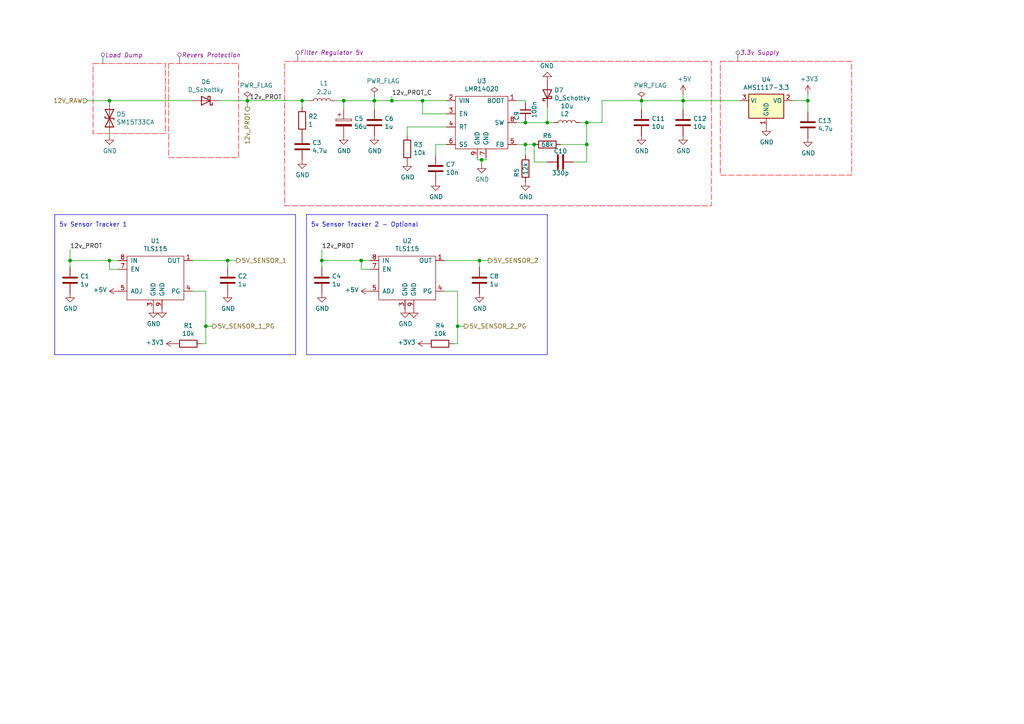
<source format=kicad_sch>
(kicad_sch (version 20250114) (generator "eeschema") (generator_version "9.0")
  (paper "A4")
  (title_block (title "rusEfi Proteus") (date "2022-04-09") (rev "v0.7") (company "rusEFI") (comment 1 "github.com/mck1117/proteus") (comment 2 "rusefi.com/s/proteus"))
  (lib_symbols
    (symbol "Capacitor_AKL:CP_SMD_Tantalum_Kemet-C_6032" (pin_numbers (hide yes)) (pin_names (offset 0.254))
      (property "Reference" "C" (at 0.635 2.54 0))
      (property "Value" "CP_SMD_Tantalum_Kemet-C_6032" (at 0.635 -2.54 0))
      (symbol "CP_SMD_Tantalum_Kemet-C_6032_0_1"
        (rectangle (start -2.286 1.016) (end 2.286 0.508))
        (polyline (pts (xy -1.778 2.286) (xy -0.762 2.286)))
        (polyline (pts (xy -1.27 2.794) (xy -1.27 1.778)))
        (rectangle (start 2.286 -0.508) (end -2.286 -1.016) (fill (type outline)))
      )
      (symbol "CP_SMD_Tantalum_Kemet-C_6032_0_2"
        (polyline (pts (xy -2.54 -2.54) (xy -0.6604 -0.6604)))
        (polyline (pts (xy -1.8796 0.6096) (xy 0.6096 -1.8796) (xy 0.9652 -1.524) (xy -1.524 0.9652) (xy -1.8796 0.6096)) (fill (type outline)))
        (polyline (pts (xy -0.9652 1.524) (xy 1.524 -0.9652) (xy 1.8796 -0.6096) (xy -0.6096 1.8796) (xy -0.9652 1.524)))
        (polyline (pts (xy 0 2.032) (xy 1.016 2.032)))
        (polyline (pts (xy 0.508 2.54) (xy 0.508 1.524)))
        (polyline (pts (xy 0.6604 0.6604) (xy 2.54 2.54)))
      )
      (symbol "CP_SMD_Tantalum_Kemet-C_6032_1_1"
        (pin passive line (at 0 3.81 270) (length 2.794) (name "~") (number "1"))
        (pin passive line (at 0 -3.81 90) (length 2.794) (name "~") (number "2"))
      )
      (symbol "CP_SMD_Tantalum_Kemet-C_6032_1_2"
        (pin passive line (at -2.54 -2.54 90) (length 0) (name "~") (number "2"))
        (pin passive line (at 2.54 2.54 270) (length 0) (name "~") (number "1"))
      )
    )
    (symbol "Device:C" (pin_numbers (hide yes)) (pin_names (offset 0.254))
      (property "Reference" "C" (at 0.635 2.54 0))
      (property "Value" "C" (at 0.635 -2.54 0))
      (symbol "C_0_1"
        (polyline (pts (xy -2.032 0.762) (xy 2.032 0.762)) (stroke (width 0.508)))
        (polyline (pts (xy -2.032 -0.762) (xy 2.032 -0.762)) (stroke (width 0.508)))
      )
      (symbol "C_1_1"
        (pin passive line (at 0 3.81 270) (length 2.794) (name "~") (number "1"))
        (pin passive line (at 0 -3.81 90) (length 2.794) (name "~") (number "2"))
      )
    )
    (symbol "Device:C_Small" (pin_numbers (hide yes)) (pin_names (offset 0.254) (hide yes))
      (property "Reference" "C" (at 0.254 1.778 0))
      (property "Value" "C_Small" (at 0.254 -2.032 0))
      (symbol "C_Small_0_1"
        (polyline (pts (xy -1.524 0.508) (xy 1.524 0.508)) (stroke (width 0.3048)))
        (polyline (pts (xy -1.524 -0.508) (xy 1.524 -0.508)) (stroke (width 0.3302)))
      )
      (symbol "C_Small_1_1"
        (pin passive line (at 0 2.54 270) (length 2.032) (name "~") (number "1"))
        (pin passive line (at 0 -2.54 90) (length 2.032) (name "~") (number "2"))
      )
    )
    (symbol "Device:D_Schottky" (pin_numbers (hide yes)) (pin_names (offset 1.016) (hide yes))
      (property "Reference" "D" (at 0 2.54 0))
      (property "Value" "D_Schottky" (at 0 -2.54 0))
      (symbol "D_Schottky_0_1"
        (polyline (pts (xy -1.905 0.635) (xy -1.905 1.27) (xy -1.27 1.27) (xy -1.27 -1.27) (xy -0.635 -1.27) (xy -0.635 -0.635)) (stroke (width 0.254)))
        (polyline (pts (xy 1.27 1.27) (xy 1.27 -1.27) (xy -1.27 0) (xy 1.27 1.27)) (stroke (width 0.254)))
        (polyline (pts (xy 1.27 0) (xy -1.27 0)))
      )
      (symbol "D_Schottky_1_1"
        (pin passive line (at -3.81 0 0) (length 2.54) (name "K") (number "1"))
        (pin passive line (at 3.81 0 180) (length 2.54) (name "A") (number "2"))
      )
    )
    (symbol "Device:D_TVS" (pin_numbers (hide yes)) (pin_names (offset 1.016) (hide yes))
      (property "Reference" "D" (at 0 2.54 0))
      (property "Value" "D_TVS" (at 0 -2.54 0))
      (symbol "D_TVS_0_1"
        (polyline (pts (xy -2.54 1.27) (xy -2.54 -1.27) (xy 2.54 1.27) (xy 2.54 -1.27) (xy -2.54 1.27)) (stroke (width 0.254)))
        (polyline (pts (xy 0.508 1.27) (xy 0 1.27) (xy 0 -1.27) (xy -0.508 -1.27)) (stroke (width 0.254)))
        (polyline (pts (xy 1.27 0) (xy -1.27 0)))
      )
      (symbol "D_TVS_1_1"
        (pin passive line (at -3.81 0 0) (length 2.54) (name "A1") (number "1"))
        (pin passive line (at 3.81 0 180) (length 2.54) (name "A2") (number "2"))
      )
    )
    (symbol "Device:L" (pin_numbers (hide yes)) (pin_names (offset 1.016) (hide yes))
      (property "Reference" "L" (at -1.27 0 90))
      (property "Value" "L" (at 1.905 0 90))
      (symbol "L_0_1"
        (arc (start 0 2.54) (mid 0.6323 1.905) (end 0 1.27))
        (arc (start 0 1.27) (mid 0.6323 0.635) (end 0 0))
        (arc (start 0 0) (mid 0.6323 -0.635) (end 0 -1.27))
        (arc (start 0 -1.27) (mid 0.6323 -1.905) (end 0 -2.54))
      )
      (symbol "L_1_1"
        (pin passive line (at 0 3.81 270) (length 1.27) (name "1") (number "1"))
        (pin passive line (at 0 -3.81 90) (length 1.27) (name "2") (number "2"))
      )
    )
    (symbol "Device:R" (pin_numbers (hide yes)) (pin_names (offset 0))
      (property "Reference" "R" (at 2.032 0 90))
      (property "Value" "R" (at 0 0 90))
      (symbol "R_0_1"
        (rectangle (start -1.016 -2.54) (end 1.016 2.54) (stroke (width 0.254)))
      )
      (symbol "R_1_1"
        (pin passive line (at 0 3.81 270) (length 1.27) (name "~") (number "1"))
        (pin passive line (at 0 -3.81 90) (length 1.27) (name "~") (number "2"))
      )
    )
    (symbol "Regulator_Linear:AMS1117-3.3"
      (property "Reference" "U" (at -3.81 3.175 0))
      (property "Value" "AMS1117-3.3" (at 0 3.175 0))
      (symbol "AMS1117-3.3_0_1"
        (rectangle (start -5.08 -5.08) (end 5.08 1.905) (stroke (width 0.254)) (fill (type background)))
      )
      (symbol "AMS1117-3.3_1_1"
        (pin power_in line (at -7.62 0 0) (length 2.54) (name "VI") (number "3"))
        (pin power_in line (at 0 -7.62 90) (length 2.54) (name "GND") (number "1"))
        (pin power_out line (at 7.62 0 180) (length 2.54) (name "VO") (number "2"))
      )
    )
    (symbol "infineon_psu:TLS115" (pin_names (offset 1.016))
      (property "Reference" "U" (at -6.35 -10.16 0))
      (property "Value" "TLS115" (at -3.81 5.08 0))
      (symbol "TLS115_0_1"
        (rectangle (start -7.62 3.81) (end 8.89 -8.89))
      )
      (symbol "TLS115_1_1"
        (pin power_in line (at -10.16 2.54 0) (length 2.54) (name "IN") (number "8"))
        (pin input line (at -10.16 0 0) (length 2.54) (name "EN") (number "7"))
        (pin input line (at -10.16 -6.35 0) (length 2.54) (name "ADJ") (number "5"))
        (pin no_connect line (at 0 0 0) (length 2.54) (hide yes) (name "~") (number "2"))
        (pin no_connect line (at 0 -2.54 0) (length 2.54) (hide yes) (name "~") (number "6"))
        (pin power_in line (at 0 -11.43 90) (length 2.54) (name "GND") (number "3"))
        (pin power_in line (at 2.54 -11.43 90) (length 2.54) (name "GND") (number "9"))
        (pin output line (at 11.43 2.54 180) (length 2.54) (name "OUT") (number "1"))
        (pin open_collector line (at 11.43 -6.35 180) (length 2.54) (name "PG") (number "4"))
      )
    )
    (symbol "lmr14020:LMR14020" (pin_names (offset 1.016))
      (property "Reference" "U" (at -3.81 -11.43 0))
      (property "Value" "LMR14020" (at 2.54 8.89 0))
      (symbol "LMR14020_0_1"
        (rectangle (start -5.08 -8.89) (end 10.16 6.35))
      )
      (symbol "LMR14020_1_1"
        (pin power_in line (at -7.62 5.08 0) (length 2.54) (name "VIN") (number "2"))
        (pin input line (at -7.62 1.27 0) (length 2.54) (name "EN") (number "3"))
        (pin bidirectional line (at -7.62 -2.54 0) (length 2.54) (name "RT") (number "4"))
        (pin bidirectional line (at -7.62 -7.62 0) (length 2.54) (name "SS") (number "6"))
        (pin power_in line (at 1.27 -11.43 90) (length 2.54) (name "GND") (number "9"))
        (pin power_in line (at 3.81 -11.43 90) (length 2.54) (name "GND") (number "7"))
        (pin bidirectional line (at 12.7 5.08 180) (length 2.54) (name "BOOT") (number "1"))
        (pin power_out line (at 12.7 -1.27 180) (length 2.54) (name "SW") (number "8"))
        (pin input line (at 12.7 -7.62 180) (length 2.54) (name "FB") (number "5"))
      )
    )
    (symbol "power:+3V3" (power) (pin_numbers (hide yes)) (pin_names (offset 0) (hide yes))
      (property "Value" "+3V3" (at 0 3.556 0))
      (symbol "+3V3_0_1"
        (polyline (pts (xy -0.762 1.27) (xy 0 2.54)))
        (polyline (pts (xy 0 2.54) (xy 0.762 1.27)))
        (polyline (pts (xy 0 0) (xy 0 2.54)))
      )
      (symbol "+3V3_1_1"
        (pin power_in line (at 0 0 90) (length 0) (name "~") (number "1"))
      )
    )
    (symbol "power:+5V" (power) (pin_numbers (hide yes)) (pin_names (offset 0) (hide yes))
      (property "Value" "+5V" (at 0 3.556 0))
      (symbol "+5V_0_1"
        (polyline (pts (xy -0.762 1.27) (xy 0 2.54)))
        (polyline (pts (xy 0 2.54) (xy 0.762 1.27)))
        (polyline (pts (xy 0 0) (xy 0 2.54)))
      )
      (symbol "+5V_1_1"
        (pin power_in line (at 0 0 90) (length 0) (name "~") (number "1"))
      )
    )
    (symbol "power:GND" (power) (pin_numbers (hide yes)) (pin_names (offset 0) (hide yes))
      (property "Value" "GND" (at 0 -3.81 0))
      (symbol "GND_0_1"
        (polyline (pts (xy 0 0) (xy 0 -1.27) (xy 1.27 -1.27) (xy 0 -2.54) (xy -1.27 -1.27) (xy 0 -1.27)))
      )
      (symbol "GND_1_1"
        (pin power_in line (at 0 0 270) (length 0) (name "~") (number "1"))
      )
    )
    (symbol "power:PWR_FLAG" (power) (pin_numbers (hide yes)) (pin_names (offset 0) (hide yes))
      (property "Value" "PWR_FLAG" (at 0 3.81 0))
      (symbol "PWR_FLAG_0_0"
        (pin power_out line (at 0 0 90) (length 0) (name "~") (number "1"))
      )
      (symbol "PWR_FLAG_0_1"
        (polyline (pts (xy 0 0) (xy 0 1.27) (xy -1.016 1.905) (xy 0 2.54) (xy 1.016 1.905) (xy 0 1.27)))
      )
    )
  )
  (text "5v Sensor Tracker 2 - Optional" (at 90.17 66.04 0) (effects (font (size 1.27 1.27)) (justify left bottom)))
  (text "5v Sensor Tracker 1" (at 17.145 66.04 0) (effects (font (size 1.27 1.27)) (justify left bottom)))
  (junction (at 31.75 29.21))
  (junction (at 108.585 29.21))
  (junction (at 158.75 35.56))
  (junction (at 152.4 41.91))
  (junction (at 139.7 46.355))
  (junction (at 154.94 41.91))
  (junction (at 93.345 75.565))
  (junction (at 139.065 75.565))
  (junction (at 31.75 75.565))
  (junction (at 59.69 94.615))
  (junction (at 99.695 29.21))
  (junction (at 152.4 35.56))
  (junction (at 20.32 75.565))
  (junction (at 186.055 29.21))
  (junction (at 198.12 29.21))
  (junction (at 104.775 75.565))
  (junction (at 132.715 94.615))
  (junction (at 170.18 35.56))
  (junction (at 234.315 29.21))
  (junction (at 66.04 75.565))
  (junction (at 71.755 29.21))
  (junction (at 122.555 29.21))
  (junction (at 87.63 29.21))
  (junction (at 170.18 41.91))
  (junction (at 113.665 29.21))
  (wire (pts (xy 59.69 84.455) (xy 59.69 94.615)))
  (wire (pts (xy 31.75 29.21) (xy 31.75 30.48)))
  (wire (pts (xy 71.755 31.115) (xy 71.755 29.21)))
  (wire (pts (xy 152.4 41.91) (xy 154.94 41.91)))
  (wire (pts (xy 31.75 75.565) (xy 34.29 75.565)))
  (wire (pts (xy 229.87 29.21) (xy 234.315 29.21)))
  (wire (pts (xy 122.555 33.02) (xy 129.54 33.02)))
  (wire (pts (xy 170.18 35.56) (xy 174.625 35.56)))
  (wire (pts (xy 128.905 75.565) (xy 139.065 75.565)))
  (wire (pts (xy 234.315 27.305) (xy 234.315 29.21)))
  (polyline (pts (xy 85.725 62.23) (xy 85.725 102.87)))
  (wire (pts (xy 93.345 77.47) (xy 93.345 75.565)))
  (wire (pts (xy 34.29 78.105) (xy 31.75 78.105)))
  (wire (pts (xy 113.665 29.21) (xy 122.555 29.21)))
  (wire (pts (xy 20.32 77.47) (xy 20.32 75.565)))
  (wire (pts (xy 61.595 94.615) (xy 59.69 94.615)))
  (wire (pts (xy 170.18 41.91) (xy 170.18 46.99)))
  (wire (pts (xy 104.775 78.105) (xy 104.775 75.565)))
  (wire (pts (xy 25.4 29.21) (xy 31.75 29.21)))
  (polyline (pts (xy 85.725 102.87) (xy 15.875 102.87)))
  (wire (pts (xy 154.94 46.99) (xy 154.94 41.91)))
  (wire (pts (xy 108.585 31.75) (xy 108.585 29.21)))
  (wire (pts (xy 149.86 29.21) (xy 152.4 29.21)))
  (wire (pts (xy 132.715 84.455) (xy 132.715 94.615)))
  (wire (pts (xy 31.75 39.37) (xy 31.75 38.1)))
  (wire (pts (xy 198.12 29.21) (xy 198.12 31.75)))
  (wire (pts (xy 122.555 29.21) (xy 122.555 33.02)))
  (wire (pts (xy 170.18 46.99) (xy 166.37 46.99)))
  (wire (pts (xy 118.11 39.37) (xy 118.11 36.83)))
  (wire (pts (xy 152.4 34.925) (xy 152.4 35.56)))
  (wire (pts (xy 108.585 29.21) (xy 113.665 29.21)))
  (wire (pts (xy 152.4 35.56) (xy 158.75 35.56)))
  (wire (pts (xy 234.315 29.21) (xy 234.315 32.385)))
  (polyline (pts (xy 158.75 102.87) (xy 88.9 102.87)))
  (wire (pts (xy 87.63 29.21) (xy 87.63 31.115)))
  (wire (pts (xy 97.155 29.21) (xy 99.695 29.21)))
  (wire (pts (xy 138.43 45.72) (xy 138.43 46.355)))
  (polyline (pts (xy 158.75 62.23) (xy 158.75 102.87)))
  (wire (pts (xy 198.12 27.305) (xy 198.12 29.21)))
  (wire (pts (xy 139.7 47.625) (xy 139.7 46.355)))
  (polyline (pts (xy 15.875 102.87) (xy 15.875 62.23)))
  (wire (pts (xy 174.625 35.56) (xy 174.625 29.21)))
  (wire (pts (xy 158.75 35.56) (xy 160.655 35.56)))
  (wire (pts (xy 99.695 29.21) (xy 99.695 31.75)))
  (wire (pts (xy 168.275 35.56) (xy 170.18 35.56)))
  (wire (pts (xy 93.345 72.39) (xy 93.345 75.565)))
  (wire (pts (xy 186.055 29.21) (xy 198.12 29.21)))
  (wire (pts (xy 152.4 29.21) (xy 152.4 29.845)))
  (wire (pts (xy 131.445 99.695) (xy 132.715 99.695)))
  (wire (pts (xy 132.715 99.695) (xy 132.715 94.615)))
  (wire (pts (xy 134.62 94.615) (xy 132.715 94.615)))
  (wire (pts (xy 113.665 27.94) (xy 113.665 29.21)))
  (wire (pts (xy 55.88 84.455) (xy 59.69 84.455)))
  (wire (pts (xy 66.04 75.565) (xy 66.04 77.47)))
  (wire (pts (xy 149.86 41.91) (xy 152.4 41.91)))
  (wire (pts (xy 126.365 41.91) (xy 129.54 41.91)))
  (wire (pts (xy 93.345 75.565) (xy 104.775 75.565)))
  (wire (pts (xy 122.555 29.21) (xy 129.54 29.21)))
  (wire (pts (xy 158.75 31.115) (xy 158.75 35.56)))
  (wire (pts (xy 140.97 46.355) (xy 140.97 45.72)))
  (wire (pts (xy 20.32 75.565) (xy 31.75 75.565)))
  (polyline (pts (xy 88.9 102.87) (xy 88.9 62.23)))
  (polyline (pts (xy 15.875 62.23) (xy 85.725 62.23)))
  (wire (pts (xy 138.43 46.355) (xy 139.7 46.355)))
  (wire (pts (xy 126.365 45.085) (xy 126.365 41.91)))
  (wire (pts (xy 58.42 99.695) (xy 59.69 99.695)))
  (wire (pts (xy 198.12 29.21) (xy 214.63 29.21)))
  (wire (pts (xy 59.69 99.695) (xy 59.69 94.615)))
  (wire (pts (xy 71.755 29.21) (xy 87.63 29.21)))
  (wire (pts (xy 139.065 75.565) (xy 139.065 77.47)))
  (wire (pts (xy 108.585 27.94) (xy 108.585 29.21)))
  (wire (pts (xy 20.32 72.39) (xy 20.32 75.565)))
  (wire (pts (xy 186.055 29.21) (xy 186.055 31.75)))
  (wire (pts (xy 152.4 41.91) (xy 152.4 45.085)))
  (wire (pts (xy 118.11 36.83) (xy 129.54 36.83)))
  (wire (pts (xy 55.88 75.565) (xy 66.04 75.565)))
  (wire (pts (xy 158.75 46.99) (xy 154.94 46.99)))
  (wire (pts (xy 170.18 41.91) (xy 170.18 35.56)))
  (wire (pts (xy 87.63 29.21) (xy 89.535 29.21)))
  (wire (pts (xy 99.695 29.21) (xy 108.585 29.21)))
  (wire (pts (xy 107.315 78.105) (xy 104.775 78.105)))
  (wire (pts (xy 63.5 29.21) (xy 71.755 29.21)))
  (wire (pts (xy 141.605 75.565) (xy 139.065 75.565)))
  (wire (pts (xy 31.75 29.21) (xy 55.88 29.21)))
  (polyline (pts (xy 88.9 62.23) (xy 158.75 62.23)))
  (wire (pts (xy 68.58 75.565) (xy 66.04 75.565)))
  (wire (pts (xy 162.56 41.91) (xy 170.18 41.91)))
  (wire (pts (xy 139.7 46.355) (xy 140.97 46.355)))
  (wire (pts (xy 128.905 84.455) (xy 132.715 84.455)))
  (wire (pts (xy 174.625 29.21) (xy 186.055 29.21)))
  (wire (pts (xy 31.75 78.105) (xy 31.75 75.565)))
  (wire (pts (xy 104.775 75.565) (xy 107.315 75.565)))
  (wire (pts (xy 149.86 35.56) (xy 152.4 35.56)))
  (label "12v_PROT" (at 93.345 72.39 0))
  (label "12v_PROT" (at 72.39 29.21 0))
  (label "12v_PROT_C" (at 113.665 27.94 0))
  (label "12v_PROT" (at 20.32 72.39 0))
  (hierarchical_label "5V_SENSOR_1_PG" (shape output) (at 61.595 94.615 0))
  (hierarchical_label "5V_SENSOR_1" (shape output) (at 68.58 75.565 0))
  (hierarchical_label "12v_PROT" (shape output) (at 71.755 31.115 270))
  (hierarchical_label "5V_SENSOR_2_PG" (shape output) (at 134.62 94.615 0))
  (hierarchical_label "12V_RAW" (shape input) (at 25.4 29.21 180))
  (hierarchical_label "5V_SENSOR_2" (shape output) (at 141.605 75.565 0))
  (rule_area (polyline (pts (xy 208.915 17.78) (xy 247.015 17.78) (xy 247.015 50.8) (xy 208.915 50.8)) (stroke (width 0) (type dash))))
  (rule_area (polyline (pts (xy 26.9875 18.415) (xy 47.9425 18.415) (xy 47.9425 38.735) (xy 26.9875 38.735)) (stroke (width 0) (type dash))))
  (rule_area (polyline (pts (xy 82.55 17.78) (xy 206.375 17.78) (xy 206.375 59.69) (xy 82.55 59.69)) (stroke (width 0) (type dash))))
  (rule_area (polyline (pts (xy 48.895 18.415) (xy 69.215 18.415) (xy 69.215 45.72) (xy 48.895 45.72)) (stroke (width 0) (type dash))))
  (netclass_flag "" (length 2.54) (shape round) (at 213.995 17.78 0) (property "Component Class" "3.3v Supply" (at 214.6046 15.24 0) (effects (font (italic yes)) (justify left))))
  (netclass_flag "" (length 2.54) (shape round) (at 86.36 17.78 0) (property "Component Class" "Filter Regulator 5v" (at 86.9696 15.24 0) (effects (font (italic yes)) (justify left))))
  (netclass_flag "" (length 2.54) (shape round) (at 52.07 18.415 0) (property "Component Class" "Revers Protection" (at 52.6796 15.9766 0) (effects (font (italic yes)) (justify left))))
  (netclass_flag "" (length 2.54) (shape round) (at 29.845 18.415 0) (property "Component Class" "Load Dump" (at 30.4546 15.9766 0) (effects (font (italic yes)) (justify left))))
  (symbol (lib_id "Device:L") (at 164.465 35.56 90) (unit 1)
    (property "Reference" "L2" (at 163.83 33.02 90))
    (property "Value" "10u" (at 164.465 30.734 90))
    (property "Footprint" "sunlord-MWSA0503:MWSA0503" (effects (hide yes)))
    (property "LCSC" "C408412" (effects (hide yes)))
    (property "LCSC_ext" "1" (effects (hide yes)))
    (property "possible_not_ext" "1" (effects (hide yes)))
  )
  (symbol (lib_id "Device:C") (at 186.055 35.56 0) (unit 1)
    (property "Reference" "C11" (at 188.976 34.3916 0) (effects (justify left)))
    (property "Value" "10u" (at 188.976 36.703 0) (effects (justify left)))
    (property "Footprint" "Capacitor_SMD:C_1206_3216Metric" (effects (hide yes)))
    (property "LCSC" "C13585" (effects (hide yes)))
    (property "LCSC_ext" "0" (effects (hide yes)))
  )
  (symbol (lib_id "power:GND") (at 186.055 39.37 0) (unit 1)
    (property "Reference" "#PWR026" (effects (hide yes)))
    (property "Value" "GND" (at 186.182 43.7642 0))
    (property "Description" "Power symbol creates a global label with name \"GND\" , ground" (effects (hide yes)))
  )
  (symbol (lib_id "power:GND") (at 99.695 39.37 0) (unit 1)
    (property "Reference" "#PWR014" (effects (hide yes)))
    (property "Value" "GND" (at 99.822 43.7642 0))
    (property "Description" "Power symbol creates a global label with name \"GND\" , ground" (effects (hide yes)))
  )
  (symbol (lib_id "power:+5V") (at 198.12 27.305 0) (unit 1)
    (property "Reference" "#PWR027" (effects (hide yes)))
    (property "Value" "+5V" (at 198.501 22.9108 0))
    (property "Description" "Power symbol creates a global label with name \"+5V\"" (effects (hide yes)))
  )
  (symbol (lib_id "Device:C") (at 108.585 35.56 0) (unit 1)
    (property "Reference" "C6" (at 111.506 34.3916 0) (effects (justify left)))
    (property "Value" "1u" (at 111.506 36.703 0) (effects (justify left)))
    (property "Footprint" "Capacitor_SMD:C_0603_1608Metric" (effects (hide yes)))
    (property "LCSC" "C15849" (effects (hide yes)))
    (property "LCSC_ext" "0" (effects (hide yes)))
  )
  (symbol (lib_id "power:GND") (at 108.585 39.37 0) (unit 1)
    (property "Reference" "#PWR016" (effects (hide yes)))
    (property "Value" "GND" (at 108.712 43.7642 0))
    (property "Description" "Power symbol creates a global label with name \"GND\" , ground" (effects (hide yes)))
  )
  (symbol (lib_id "Device:D_TVS") (at 31.75 34.29 270) (unit 1)
    (property "Reference" "D5" (at 33.7566 33.1216 90) (effects (justify left)))
    (property "Value" "SM15T33CA" (at 33.7566 35.433 90) (effects (justify left)))
    (property "Footprint" "Diode_SMD:D_SMC" (effects (hide yes)))
    (property "LCSC" "C151281" (effects (hide yes)))
    (property "LCSC_ext" "1" (effects (hide yes)))
    (property "PN" "SM15T33CA" (effects (hide yes)))
    (property "possible_not_ext" "1" (effects (hide yes)))
  )
  (symbol (lib_id "Capacitor_AKL:CP_SMD_Tantalum_Kemet-C_6032") (at 99.695 35.56 0) (unit 1)
    (property "Reference" "C5" (at 102.6922 34.3916 0) (effects (justify left)))
    (property "Value" "56u" (at 102.6922 36.703 0) (effects (justify left)))
    (property "Footprint" "PCM_Capacitor_Tantalum_SMD_AKL:CP_EIA-6032-28_Kemet-C" (effects (hide yes)))
    (property "Description" "SMD Tantalum Electrolytic Capacitor, Kemet type C, 6032, European Symbol, Alternate KiCad Library" (effects (hide yes)))
    (property "LCSC" "N/A" (effects (hide yes)))
    (property "PN" "EEH-AZF1H560B" (effects (hide yes)))
  )
  (symbol (lib_id "power:+3V3") (at 234.315 27.305 0) (unit 1)
    (property "Reference" "#PWR030" (effects (hide yes)))
    (property "Value" "+3V3" (at 234.696 22.9108 0))
    (property "Description" "Power symbol creates a global label with name \"+3V3\"" (effects (hide yes)))
  )
  (symbol (lib_id "Device:L") (at 93.345 29.21 90) (unit 1)
    (property "Reference" "L1" (at 93.98 24.13 90))
    (property "Value" "2.2u" (at 93.98 26.67 90))
    (property "Footprint" "Inductor_SMD:L_1210_3225Metric" (effects (hide yes)))
    (property "LCSC" "C36828" (effects (hide yes)))
    (property "LCSC_ext" "1" (effects (hide yes)))
    (property "PN" "SRN3015TA-2R2M" (effects (hide yes)))
    (property "possible_not_ext" "1" (effects (hide yes)))
  )
  (symbol (lib_id "Device:C") (at 87.63 42.545 0) (unit 1)
    (property "Reference" "C3" (at 90.551 41.3766 0) (effects (justify left)))
    (property "Value" "4.7u" (at 90.551 43.688 0) (effects (justify left)))
    (property "Footprint" "Capacitor_SMD:C_0603_1608Metric" (effects (hide yes)))
    (property "LCSC" "C19666" (effects (hide yes)))
    (property "LCSC_ext" "0" (effects (hide yes)))
  )
  (symbol (lib_id "power:GND") (at 87.63 46.355 0) (unit 1)
    (property "Reference" "#PWR012" (effects (hide yes)))
    (property "Value" "GND" (at 87.757 50.7492 0))
    (property "Description" "Power symbol creates a global label with name \"GND\" , ground" (effects (hide yes)))
  )
  (symbol (lib_id "infineon_psu:TLS115") (at 44.45 78.105 0) (unit 1)
    (property "Reference" "U1" (at 45.085 69.85 0))
    (property "Value" "TLS115" (at 45.085 72.1614 0))
    (property "Footprint" "Package_SO:Infineon_PG-DSO-8-43" (effects (hide yes)))
    (property "LCSC" "N/A" (effects (hide yes)))
    (property "PN" "TLS115D0E" (effects (hide yes)))
  )
  (symbol (lib_id "power:+5V") (at 34.29 84.455 90) (unit 1)
    (property "Reference" "#PWR07" (effects (hide yes)))
    (property "Value" "+5V" (at 31.0388 84.074 90) (effects (justify left)))
    (property "Description" "Power symbol creates a global label with name \"+5V\"" (effects (hide yes)))
  )
  (symbol (lib_id "power:GND") (at 44.45 89.535 0) (unit 1)
    (property "Reference" "#PWR08" (effects (hide yes)))
    (property "Value" "GND" (at 44.577 93.9292 0))
    (property "Description" "Power symbol creates a global label with name \"GND\" , ground" (effects (hide yes)))
  )
  (symbol (lib_id "power:GND") (at 46.99 89.535 0) (unit 1)
    (property "Reference" "#PWR09" (effects (hide yes)))
    (property "Value" "GND" (effects (hide yes)))
    (property "Description" "Power symbol creates a global label with name \"GND\" , ground" (effects (hide yes)))
  )
  (symbol (lib_id "Device:C") (at 66.04 81.28 0) (unit 1)
    (property "Reference" "C2" (at 68.961 80.1116 0) (effects (justify left)))
    (property "Value" "1u" (at 68.961 82.423 0) (effects (justify left)))
    (property "Footprint" "Capacitor_SMD:C_0603_1608Metric" (effects (hide yes)))
    (property "LCSC" "C15849" (effects (hide yes)))
    (property "LCSC_ext" "0" (effects (hide yes)))
  )
  (symbol (lib_id "power:GND") (at 66.04 85.09 0) (unit 1)
    (property "Reference" "#PWR011" (effects (hide yes)))
    (property "Value" "GND" (at 66.167 89.4842 0))
    (property "Description" "Power symbol creates a global label with name \"GND\" , ground" (effects (hide yes)))
  )
  (symbol (lib_id "Device:C") (at 20.32 81.28 0) (unit 1)
    (property "Reference" "C1" (at 23.241 80.1116 0) (effects (justify left)))
    (property "Value" "1u" (at 23.241 82.423 0) (effects (justify left)))
    (property "Footprint" "Capacitor_SMD:C_0603_1608Metric" (effects (hide yes)))
    (property "LCSC" "C15849" (effects (hide yes)))
    (property "LCSC_ext" "0" (effects (hide yes)))
  )
  (symbol (lib_id "power:GND") (at 20.32 85.09 0) (unit 1)
    (property "Reference" "#PWR05" (effects (hide yes)))
    (property "Value" "GND" (at 20.447 89.4842 0))
    (property "Description" "Power symbol creates a global label with name \"GND\" , ground" (effects (hide yes)))
  )
  (symbol (lib_id "Device:R") (at 54.61 99.695 270) (unit 1)
    (property "Reference" "R1" (at 54.61 94.4372 90))
    (property "Value" "10k" (at 54.61 96.7486 90))
    (property "Footprint" "Resistor_SMD:R_0402_1005Metric" (effects (hide yes)))
    (property "LCSC" "C25744" (effects (hide yes)))
    (property "LCSC_ext" "0" (effects (hide yes)))
  )
  (symbol (lib_id "power:+3V3") (at 50.8 99.695 90) (unit 1)
    (property "Reference" "#PWR010" (effects (hide yes)))
    (property "Value" "+3V3" (at 47.5488 99.314 90) (effects (justify left)))
    (property "Description" "Power symbol creates a global label with name \"+3V3\"" (effects (hide yes)))
  )
  (symbol (lib_id "Device:D_Schottky") (at 59.69 29.21 180) (unit 1)
    (property "Reference" "D6" (at 59.69 23.7236 0))
    (property "Value" "D_Schottky" (at 59.69 26.035 0))
    (property "Footprint" "Diode_SMD:D_SMA" (effects (hide yes)))
    (property "LCSC" "C8678" (effects (hide yes)))
    (property "LCSC_ext" "0" (effects (hide yes)))
  )
  (symbol (lib_id "power:+5V") (at 107.315 84.455 90) (unit 1)
    (property "Reference" "#PWR015" (effects (hide yes)))
    (property "Value" "+5V" (at 104.0638 84.074 90) (effects (justify left)))
    (property "Description" "Power symbol creates a global label with name \"+5V\"" (effects (hide yes)))
  )
  (symbol (lib_id "power:GND") (at 117.475 89.535 0) (unit 1)
    (property "Reference" "#PWR017" (effects (hide yes)))
    (property "Value" "GND" (at 117.602 93.9292 0))
    (property "Description" "Power symbol creates a global label with name \"GND\" , ground" (effects (hide yes)))
  )
  (symbol (lib_id "power:GND") (at 120.015 89.535 0) (unit 1)
    (property "Reference" "#PWR019" (effects (hide yes)))
    (property "Value" "GND" (effects (hide yes)))
    (property "Description" "Power symbol creates a global label with name \"GND\" , ground" (effects (hide yes)))
  )
  (symbol (lib_id "Device:C") (at 139.065 81.28 0) (unit 1)
    (property "Reference" "C8" (at 141.986 80.1116 0) (effects (justify left)))
    (property "Value" "1u" (at 141.986 82.423 0) (effects (justify left)))
    (property "Footprint" "Capacitor_SMD:C_0603_1608Metric" (effects (hide yes)))
    (property "LCSC" "C15849" (effects (hide yes)))
    (property "LCSC_ext" "0" (effects (hide yes)))
  )
  (symbol (lib_id "power:GND") (at 139.065 85.09 0) (unit 1)
    (property "Reference" "#PWR022" (effects (hide yes)))
    (property "Value" "GND" (at 139.192 89.4842 0))
    (property "Description" "Power symbol creates a global label with name \"GND\" , ground" (effects (hide yes)))
  )
  (symbol (lib_id "Device:C") (at 93.345 81.28 0) (unit 1)
    (property "Reference" "C4" (at 96.266 80.1116 0) (effects (justify left)))
    (property "Value" "1u" (at 96.266 82.423 0) (effects (justify left)))
    (property "Footprint" "Capacitor_SMD:C_0603_1608Metric" (effects (hide yes)))
    (property "LCSC" "C15849" (effects (hide yes)))
    (property "LCSC_ext" "0" (effects (hide yes)))
  )
  (symbol (lib_id "power:GND") (at 93.345 85.09 0) (unit 1)
    (property "Reference" "#PWR013" (effects (hide yes)))
    (property "Value" "GND" (at 93.472 89.4842 0))
    (property "Description" "Power symbol creates a global label with name \"GND\" , ground" (effects (hide yes)))
  )
  (symbol (lib_id "infineon_psu:TLS115") (at 117.475 78.105 0) (unit 1)
    (property "Reference" "U2" (at 118.11 69.85 0))
    (property "Value" "TLS115" (at 118.11 72.1614 0))
    (property "Footprint" "Package_SO:Infineon_PG-DSO-8-43" (effects (hide yes)))
    (property "LCSC" "N/A" (effects (hide yes)))
    (property "PN" "TLS115D0E" (effects (hide yes)))
  )
  (symbol (lib_id "power:+3V3") (at 123.825 99.695 90) (unit 1)
    (property "Reference" "#PWR020" (effects (hide yes)))
    (property "Value" "+3V3" (at 120.5738 99.314 90) (effects (justify left)))
    (property "Description" "Power symbol creates a global label with name \"+3V3\"" (effects (hide yes)))
  )
  (symbol (lib_id "Device:R") (at 127.635 99.695 270) (unit 1)
    (property "Reference" "R4" (at 127.635 94.4372 90))
    (property "Value" "10k" (at 127.635 96.7486 90))
    (property "Footprint" "Resistor_SMD:R_0402_1005Metric" (effects (hide yes)))
    (property "LCSC" "C25744" (effects (hide yes)))
    (property "LCSC_ext" "0" (effects (hide yes)))
  )
  (symbol (lib_id "Device:C") (at 234.315 36.195 0) (unit 1)
    (property "Reference" "C13" (at 237.236 35.0266 0) (effects (justify left)))
    (property "Value" "4.7u" (at 237.236 37.338 0) (effects (justify left)))
    (property "Footprint" "Capacitor_SMD:C_0603_1608Metric" (effects (hide yes)))
    (property "LCSC" "C19666" (effects (hide yes)))
    (property "LCSC_ext" "0" (effects (hide yes)))
  )
  (symbol (lib_id "power:GND") (at 234.315 40.005 0) (unit 1)
    (property "Reference" "#PWR031" (effects (hide yes)))
    (property "Value" "GND" (at 234.442 44.3992 0))
    (property "Description" "Power symbol creates a global label with name \"GND\" , ground" (effects (hide yes)))
  )
  (symbol (lib_id "power:PWR_FLAG") (at 71.755 29.21 0) (unit 1)
    (property "Reference" "#FLG03" (effects (hide yes)))
    (property "Value" "PWR_FLAG" (at 74.295 24.765 0))
    (property "Description" "Special symbol for telling ERC where power comes from" (effects (hide yes)))
  )
  (symbol (lib_id "power:PWR_FLAG") (at 108.585 27.94 0) (unit 1)
    (property "Reference" "#FLG04" (effects (hide yes)))
    (property "Value" "PWR_FLAG" (at 111.125 23.495 0))
    (property "Description" "Special symbol for telling ERC where power comes from" (effects (hide yes)))
  )
  (symbol (lib_id "Device:R") (at 87.63 34.925 0) (unit 1)
    (property "Reference" "R2" (at 89.408 33.7566 0) (effects (justify left)))
    (property "Value" "1" (at 89.408 36.068 0) (effects (justify left)))
    (property "Footprint" "Resistor_SMD:R_0402_1005Metric" (effects (hide yes)))
    (property "LCSC" "C25086" (effects (hide yes)))
    (property "LCSC_ext" "0" (effects (hide yes)))
  )
  (symbol (lib_id "lmr14020:LMR14020") (at 137.16 34.29 0) (unit 1)
    (property "Reference" "U3" (at 139.7 23.495 0))
    (property "Value" "LMR14020" (at 139.7 25.8064 0))
    (property "Footprint" "Package_SO:SOIC-8-1EP_3.9x4.9mm_P1.27mm_EP2.29x3mm" (effects (hide yes)))
    (property "LCSC" "C187824" (effects (hide yes)))
    (property "LCSC_ext" "1" (effects (hide yes)))
    (property "PN" "LMR14020" (effects (hide yes)))
    (property "possible_not_ext" "0" (effects (hide yes)))
  )
  (symbol (lib_id "Device:C_Small") (at 152.4 32.385 0) (unit 1)
    (property "Reference" "C9" (at 149.86 34.925 90) (effects (justify left)))
    (property "Value" "100n" (at 154.94 34.29 90) (effects (justify left)))
    (property "Footprint" "Capacitor_SMD:C_0603_1608Metric" (effects (hide yes)))
    (property "LCSC" "C14663" (effects (hide yes)))
    (property "LCSC_ext" "0" (effects (hide yes)))
  )
  (symbol (lib_id "Device:R") (at 158.75 41.91 90) (unit 1)
    (property "Reference" "R6" (at 158.75 39.37 90))
    (property "Value" "68k" (at 158.75 41.91 90))
    (property "Footprint" "Resistor_SMD:R_0402_1005Metric" (effects (hide yes)))
    (property "LCSC" "C36871" (effects (hide yes)))
  )
  (symbol (lib_id "Device:R") (at 152.4 48.895 0) (unit 1)
    (property "Reference" "R5" (at 149.86 51.435 90) (effects (justify left)))
    (property "Value" "12k" (at 152.4 50.8 90) (effects (justify left)))
    (property "Footprint" "Resistor_SMD:R_0402_1005Metric" (effects (hide yes)))
    (property "LCSC" "C25752" (effects (hide yes)))
  )
  (symbol (lib_id "power:GND") (at 152.4 52.705 0) (unit 1)
    (property "Reference" "#PWR024" (effects (hide yes)))
    (property "Value" "GND" (at 152.527 57.0992 0))
    (property "Description" "Power symbol creates a global label with name \"GND\" , ground" (effects (hide yes)))
  )
  (symbol (lib_id "power:GND") (at 139.7 47.625 0) (unit 1)
    (property "Reference" "#PWR023" (effects (hide yes)))
    (property "Value" "GND" (at 139.827 52.0192 0))
    (property "Description" "Power symbol creates a global label with name \"GND\" , ground" (effects (hide yes)))
  )
  (symbol (lib_id "Device:C") (at 162.56 46.99 270) (unit 1)
    (property "Reference" "C10" (at 162.56 43.815 90))
    (property "Value" "330p" (at 162.56 50.165 90))
    (property "Footprint" "Capacitor_SMD:C_0402_1005Metric" (effects (hide yes)))
    (property "LCSC" "C13533" (effects (hide yes)))
    (property "LCSC_ext" "0" (effects (hide yes)))
  )
  (symbol (lib_id "Device:R") (at 118.11 43.18 0) (unit 1)
    (property "Reference" "R3" (at 119.888 42.0116 0) (effects (justify left)))
    (property "Value" "10k" (at 119.888 44.323 0) (effects (justify left)))
    (property "Footprint" "Resistor_SMD:R_0402_1005Metric" (effects (hide yes)))
    (property "LCSC" "C25744" (effects (hide yes)))
    (property "LCSC_ext" "0" (effects (hide yes)))
  )
  (symbol (lib_id "power:GND") (at 118.11 46.99 0) (unit 1)
    (property "Reference" "#PWR018" (effects (hide yes)))
    (property "Value" "GND" (at 118.237 51.3842 0))
    (property "Description" "Power symbol creates a global label with name \"GND\" , ground" (effects (hide yes)))
  )
  (symbol (lib_id "Device:C") (at 126.365 48.895 0) (unit 1)
    (property "Reference" "C7" (at 129.286 47.7266 0) (effects (justify left)))
    (property "Value" "10n" (at 129.286 50.038 0) (effects (justify left)))
    (property "Footprint" "Capacitor_SMD:C_0603_1608Metric" (effects (hide yes)))
    (property "LCSC" "C57112" (effects (hide yes)))
    (property "LCSC_ext" "0" (effects (hide yes)))
  )
  (symbol (lib_id "power:GND") (at 126.365 52.705 0) (unit 1)
    (property "Reference" "#PWR021" (effects (hide yes)))
    (property "Value" "GND" (at 126.492 57.0992 0))
    (property "Description" "Power symbol creates a global label with name \"GND\" , ground" (effects (hide yes)))
  )
  (symbol (lib_id "Device:D_Schottky") (at 158.75 27.305 90) (unit 1)
    (property "Reference" "D7" (at 160.7566 26.1366 90) (effects (justify right)))
    (property "Value" "D_Schottky" (at 160.7566 28.448 90) (effects (justify right)))
    (property "Footprint" "Diode_SMD:D_SMA" (effects (hide yes)))
    (property "LCSC" "C8678" (effects (hide yes)))
    (property "LCSC_ext" "0" (effects (hide yes)))
  )
  (symbol (lib_id "power:GND") (at 158.75 23.495 180) (unit 1)
    (property "Reference" "#PWR025" (effects (hide yes)))
    (property "Value" "GND" (at 158.623 19.1008 0))
    (property "Description" "Power symbol creates a global label with name \"GND\" , ground" (effects (hide yes)))
  )
  (symbol (lib_id "power:PWR_FLAG") (at 186.055 29.21 0) (unit 1)
    (property "Reference" "#FLG05" (effects (hide yes)))
    (property "Value" "PWR_FLAG" (at 188.595 24.765 0))
    (property "Description" "Special symbol for telling ERC where power comes from" (effects (hide yes)))
  )
  (symbol (lib_id "Device:C") (at 198.12 35.56 0) (unit 1)
    (property "Reference" "C12" (at 201.041 34.3916 0) (effects (justify left)))
    (property "Value" "10u" (at 201.041 36.703 0) (effects (justify left)))
    (property "Footprint" "Capacitor_SMD:C_1206_3216Metric" (effects (hide yes)))
    (property "LCSC" "C13585" (effects (hide yes)))
    (property "LCSC_ext" "0" (effects (hide yes)))
  )
  (symbol (lib_id "power:GND") (at 222.25 36.83 0) (unit 1)
    (property "Reference" "#PWR029" (effects (hide yes)))
    (property "Value" "GND" (at 222.377 41.2242 0))
    (property "Description" "Power symbol creates a global label with name \"GND\" , ground" (effects (hide yes)))
  )
  (symbol (lib_id "power:GND") (at 198.12 39.37 0) (unit 1)
    (property "Reference" "#PWR028" (effects (hide yes)))
    (property "Value" "GND" (at 198.247 43.7642 0))
    (property "Description" "Power symbol creates a global label with name \"GND\" , ground" (effects (hide yes)))
  )
  (symbol (lib_id "Regulator_Linear:AMS1117-3.3") (at 222.25 29.21 0) (unit 1)
    (property "Reference" "U4" (at 222.25 23.0632 0))
    (property "Value" "AMS1117-3.3" (at 222.25 25.3746 0))
    (property "Footprint" "Package_TO_SOT_SMD:SOT-223-3_TabPin2" (effects (hide yes)))
    (property "Datasheet" "http://www.advanced-monolithic.com/pdf/ds1117.pdf" (effects (hide yes)))
    (property "LCSC" "C6186" (effects (hide yes)))
    (property "LCSC_ext" "0" (effects (hide yes)))
  )
  (symbol (lib_id "power:GND") (at 31.75 39.37 0) (unit 1)
    (property "Reference" "#PWR06" (effects (hide yes)))
    (property "Value" "GND" (at 31.877 43.7642 0))
    (property "Description" "Power symbol creates a global label with name \"GND\" , ground" (effects (hide yes)))
  )
)
</source>
